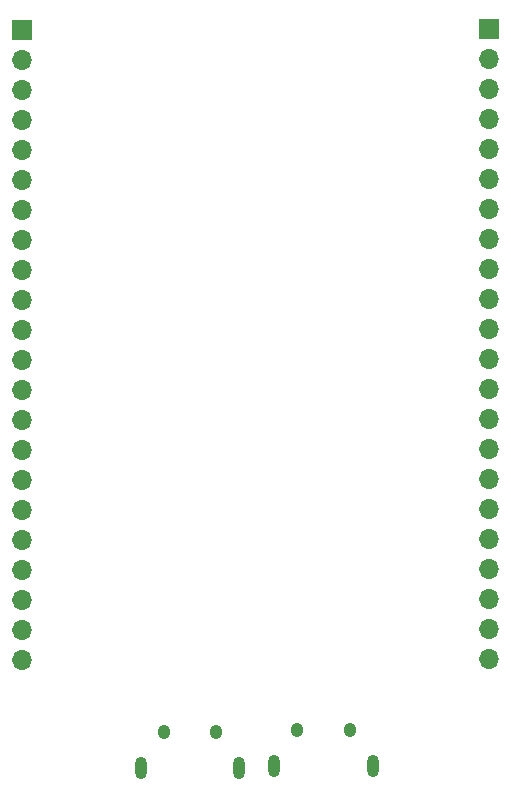
<source format=gbr>
%TF.GenerationSoftware,KiCad,Pcbnew,9.0.0*%
%TF.CreationDate,2025-06-09T12:03:21+05:30*%
%TF.ProjectId,ESP32_DevKit_M1,45535033-325f-4446-9576-4b69745f4d31,rev?*%
%TF.SameCoordinates,Original*%
%TF.FileFunction,Soldermask,Bot*%
%TF.FilePolarity,Negative*%
%FSLAX46Y46*%
G04 Gerber Fmt 4.6, Leading zero omitted, Abs format (unit mm)*
G04 Created by KiCad (PCBNEW 9.0.0) date 2025-06-09 12:03:21*
%MOMM*%
%LPD*%
G01*
G04 APERTURE LIST*
%ADD10R,1.700000X1.700000*%
%ADD11O,1.700000X1.700000*%
%ADD12O,1.000000X1.900000*%
%ADD13O,1.050000X1.250000*%
G04 APERTURE END LIST*
D10*
%TO.C,J3*%
X106575000Y-65995000D03*
D11*
X106575000Y-68535000D03*
X106575000Y-71075000D03*
X106575000Y-73615000D03*
X106575000Y-76155000D03*
X106575000Y-78695000D03*
X106575000Y-81235000D03*
X106575000Y-83775000D03*
X106575000Y-86315000D03*
X106575000Y-88855000D03*
X106575000Y-91395000D03*
X106575000Y-93935000D03*
X106575000Y-96475000D03*
X106575000Y-99015000D03*
X106575000Y-101555000D03*
X106575000Y-104095000D03*
X106575000Y-106635000D03*
X106575000Y-109175000D03*
X106575000Y-111715000D03*
X106575000Y-114255000D03*
X106575000Y-116795000D03*
X106575000Y-119335000D03*
%TD*%
D10*
%TO.C,J4*%
X146075000Y-65915000D03*
D11*
X146075000Y-68455000D03*
X146075000Y-70995000D03*
X146075000Y-73535000D03*
X146075000Y-76075000D03*
X146075000Y-78615000D03*
X146075000Y-81155000D03*
X146075000Y-83695000D03*
X146075000Y-86235000D03*
X146075000Y-88775000D03*
X146075000Y-91315000D03*
X146075000Y-93855000D03*
X146075000Y-96395000D03*
X146075000Y-98935000D03*
X146075000Y-101475000D03*
X146075000Y-104015000D03*
X146075000Y-106555000D03*
X146075000Y-109095000D03*
X146075000Y-111635000D03*
X146075000Y-114175000D03*
X146075000Y-116715000D03*
X146075000Y-119255000D03*
%TD*%
D12*
%TO.C,J1*%
X127900000Y-128275000D03*
D13*
X129850000Y-125275000D03*
X134300000Y-125275000D03*
D12*
X136250000Y-128275000D03*
%TD*%
%TO.C,J2*%
X116600000Y-128450000D03*
D13*
X118550000Y-125450000D03*
X123000000Y-125450000D03*
D12*
X124950000Y-128450000D03*
%TD*%
M02*

</source>
